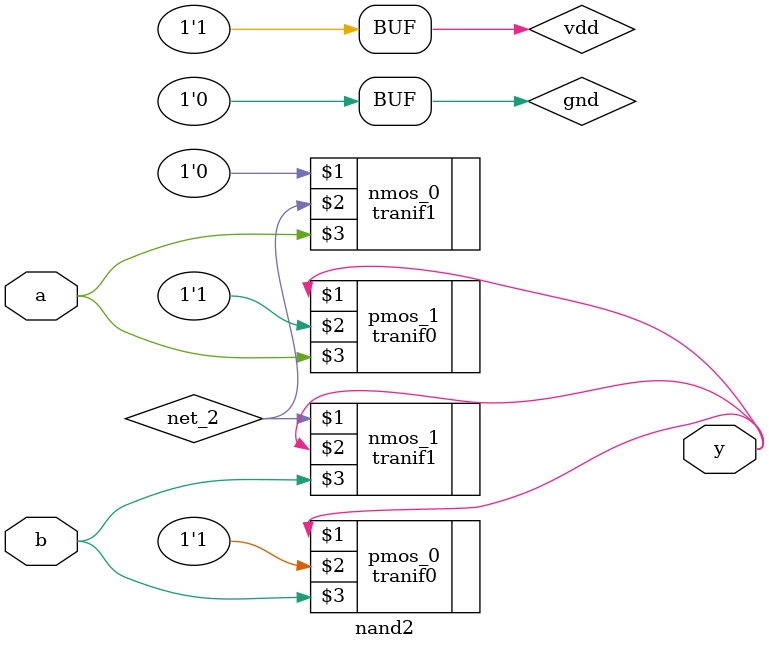
<source format=v>
/* Verilog for cell 'nand2{sch}' from library 'tutorial_mc' */
/* Created on Sáb mar 23, 2019 20:29:43 */
/* Last revised on Sáb mar 23, 2019 20:44:47 */
/* Written on Dom mar 24, 2019 13:15:12 by Electric VLSI Design System, version 9.07 */

module nand2(a, b, y);
  input a;
  input b;
  output y;

  supply1 vdd;
  supply0 gnd;
  wire net_2;

  tranif1 nmos_0(gnd, net_2, a);
  tranif1 nmos_1(net_2, y, b);
  tranif0 pmos_0(y, vdd, b);
  tranif0 pmos_1(y, vdd, a);
endmodule   /* nand2 */

</source>
